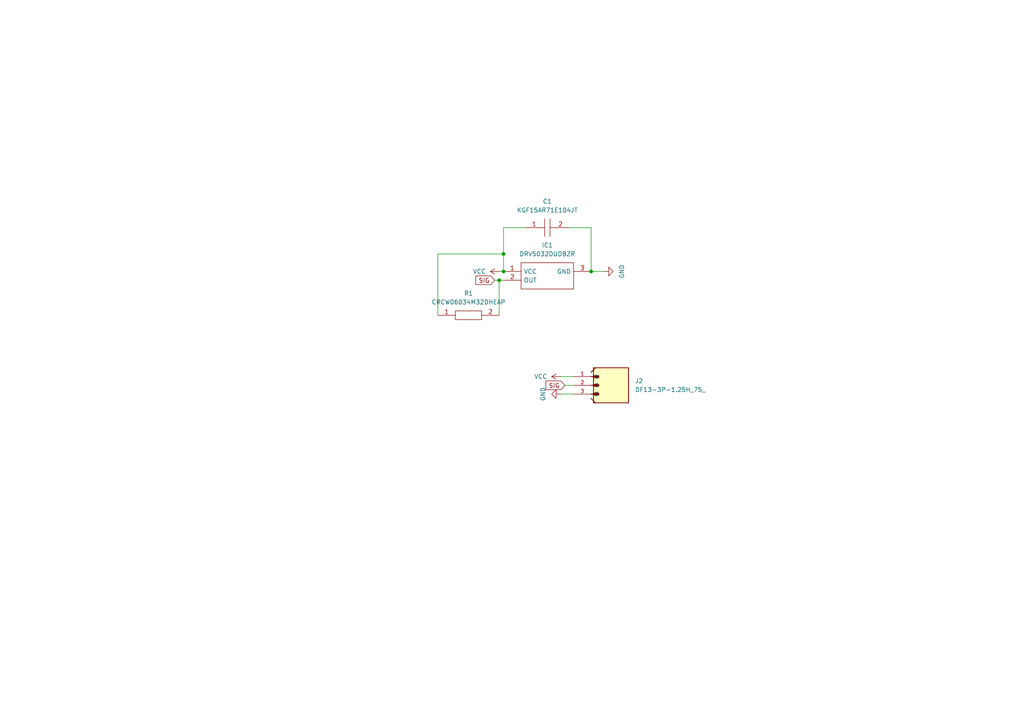
<source format=kicad_sch>
(kicad_sch (version 20231120) (generator "eeschema") (generator_version "8.0")
  (paper "A4")
  (lib_symbols
    (symbol "CRCW06034M32DHEAP:CRCW06034M32DHEAP" (pin_names (offset 0.762))
      (property "Reference" "R" (at 13.97 6.35 0))
      (property "Value" "CRCW06034M32DHEAP" (at 13.97 3.81 0))
      (symbol "CRCW06034M32DHEAP_0_0"
        (pin passive line (at 0 0 0) (length 5.08) (name "~") (number "1"))
        (pin passive line (at 17.78 0 180) (length 5.08) (name "~") (number "2"))
      )
      (symbol "CRCW06034M32DHEAP_0_1"
        (polyline (pts (xy 5.08 1.27) (xy 12.7 1.27) (xy 12.7 -1.27) (xy 5.08 -1.27) (xy 5.08 1.27)) (stroke (width 0.1524)))
      )
    )
    (symbol "DF13-3P-1.25H_75_:DF13-3P-1.25H_75_" (pin_names (offset 1.016))
      (property "Reference" "J" (at -5.588 5.08 0))
      (property "Value" "DF13-3P-1.25H_75_" (at -5.08 -7.62 0))
      (symbol "DF13-3P-1.25H_75__0_0"
        (rectangle (start -4.445 -2.8448) (end -2.8448 -2.2098) (fill (type outline)))
        (rectangle (start -4.445 -0.3048) (end -2.8448 0.3048) (fill (type outline)))
        (rectangle (start -4.445 2.2098) (end -2.8448 2.8448) (fill (type outline)))
        (rectangle (start -4.3942 -5.08) (end 5.7658 5.08) (stroke (width 0.254)) (fill (type background)))
        (polyline (pts (xy -5.08 -3.81) (xy -3.81 -5.08)) (stroke (width 0.254)))
        (polyline (pts (xy -5.08 -2.54) (xy -3.175 -2.54)) (stroke (width 0.254)))
        (polyline (pts (xy -5.08 0) (xy -3.175 0)) (stroke (width 0.254)))
        (polyline (pts (xy -5.08 2.54) (xy -3.175 2.54)) (stroke (width 0.254)))
        (polyline (pts (xy -5.08 3.81) (xy -3.81 5.08)) (stroke (width 0.254)))
        (pin passive line (at -10.16 2.54 0) (length 5.08) (name "1") (number "1"))
        (pin passive line (at -10.16 0 0) (length 5.08) (name "2") (number "2"))
        (pin passive line (at -10.16 -2.54 0) (length 5.08) (name "3") (number "3"))
      )
    )
    (symbol "DRV5032DUDBZR:DRV5032DUDBZR" (pin_names (offset 0.762))
      (property "Reference" "IC" (at 21.59 7.62 0))
      (property "Value" "DRV5032DUDBZR" (at 21.59 5.08 0))
      (symbol "DRV5032DUDBZR_0_0"
        (pin power_in line (at 0 0 0) (length 5.08) (name "VCC") (number "1"))
        (pin output line (at 0 -2.54 0) (length 5.08) (name "OUT") (number "2"))
        (pin power_in line (at 25.4 0 180) (length 5.08) (name "GND") (number "3"))
      )
      (symbol "DRV5032DUDBZR_0_1"
        (polyline (pts (xy 5.08 2.54) (xy 20.32 2.54) (xy 20.32 -5.08) (xy 5.08 -5.08) (xy 5.08 2.54)) (stroke (width 0.1524)))
      )
    )
    (symbol "KGF15AR71E104JT:KGF15AR71E104JT" (pin_names (offset 0.762))
      (property "Reference" "C" (at 8.89 6.35 0))
      (property "Value" "KGF15AR71E104JT" (at 8.89 3.81 0))
      (symbol "KGF15AR71E104JT_0_0"
        (pin passive line (at 0 0 0) (length 5.08) (name "~") (number "1"))
        (pin passive line (at 12.7 0 180) (length 5.08) (name "~") (number "2"))
      )
      (symbol "KGF15AR71E104JT_0_1"
        (polyline (pts (xy 5.08 0) (xy 5.588 0)) (stroke (width 0.1524)))
        (polyline (pts (xy 5.588 2.54) (xy 5.588 -2.54)) (stroke (width 0.1524)))
        (polyline (pts (xy 7.112 0) (xy 7.62 0)) (stroke (width 0.1524)))
        (polyline (pts (xy 7.112 2.54) (xy 7.112 -2.54)) (stroke (width 0.1524)))
      )
    )
    (symbol "power:GND" (power) (pin_numbers hide) (pin_names (offset 0) hide)
      (property "Value" "GND" (at 0 -3.81 0))
      (symbol "GND_0_1"
        (polyline (pts (xy 0 0) (xy 0 -1.27) (xy 1.27 -1.27) (xy 0 -2.54) (xy -1.27 -1.27) (xy 0 -1.27)))
      )
      (symbol "GND_1_1"
        (pin power_in line (at 0 0 270) (length 0) (name "~") (number "1"))
      )
    )
    (symbol "power:VCC" (power) (pin_numbers hide) (pin_names (offset 0) hide)
      (property "Value" "VCC" (at 0 3.556 0))
      (symbol "VCC_0_1"
        (polyline (pts (xy -0.762 1.27) (xy 0 2.54)))
        (polyline (pts (xy 0 0) (xy 0 2.54)))
        (polyline (pts (xy 0 2.54) (xy 0.762 1.27)))
      )
      (symbol "VCC_1_1"
        (pin power_in line (at 0 0 90) (length 0) (name "~") (number "1"))
      )
    )
  )
  (junction (at 146.05 73.66))
  (junction (at 144.78 81.28))
  (junction (at 146.05 78.74))
  (junction (at 171.45 78.74))
  (wire (pts (xy 144.78 81.28) (xy 146.05 81.28)))
  (wire (pts (xy 162.56 114.3) (xy 166.37 114.3)))
  (wire (pts (xy 144.78 81.28) (xy 144.78 91.44)))
  (wire (pts (xy 171.45 66.04) (xy 171.45 78.74)))
  (wire (pts (xy 144.78 78.74) (xy 146.05 78.74)))
  (wire (pts (xy 146.05 73.66) (xy 146.05 78.74)))
  (wire (pts (xy 143.51 81.28) (xy 144.78 81.28)))
  (wire (pts (xy 146.05 66.04) (xy 146.05 73.66)))
  (wire (pts (xy 162.56 109.22) (xy 166.37 109.22)))
  (wire (pts (xy 165.1 66.04) (xy 171.45 66.04)))
  (wire (pts (xy 127 73.66) (xy 146.05 73.66)))
  (wire (pts (xy 152.4 66.04) (xy 146.05 66.04)))
  (wire (pts (xy 163.83 111.76) (xy 166.37 111.76)))
  (wire (pts (xy 171.45 78.74) (xy 175.26 78.74)))
  (wire (pts (xy 127 91.44) (xy 127 73.66)))
  (global_label "SIG" (shape input) (at 163.83 111.76 180) (property "Intersheetrefs" "${INTERSHEET_REFS}" (effects (hide yes))))
  (global_label "SIG" (shape input) (at 143.51 81.28 180) (property "Intersheetrefs" "${INTERSHEET_REFS}" (effects (hide yes))))
  (symbol (lib_id "power:VCC") (at 144.78 78.74 90) (unit 1)
    (property "Reference" "#PWR02" (effects (hide yes)))
    (property "Value" "VCC" (at 140.97 78.7399 90) (effects (justify left)))
    (property "Description" "Power symbol creates a global label with name \"VCC\"" (effects (hide yes)))
  )
  (symbol (lib_id "KGF15AR71E104JT:KGF15AR71E104JT") (at 152.4 66.04 0) (unit 1)
    (property "Reference" "C1" (at 158.75 58.42 0))
    (property "Value" "KGF15AR71E104JT" (at 158.75 60.96 0))
    (property "Footprint" "CAPC1608X90N" (effects (hide yes)))
    (property "Datasheet" "https://spicat.kyocera-avx.com/product/KGF15AR71E104JT" (effects (hide yes)))
    (property "Description" "Multilayer Ceramic Capacitors MLCC - SMD/SMT .1UF 25V 5% 0603" (effects (hide yes)))
    (property "Description_1" "Multilayer Ceramic Capacitors MLCC - SMD/SMT .1UF 25V 5% 0603" (effects (hide yes)))
    (property "Height" "0.9" (effects (hide yes)))
    (property "Mouser Part Number" "581-KGF15AR71E104JT" (effects (hide yes)))
    (property "Mouser Price/Stock" "https://www.mouser.co.uk/ProductDetail/KYOCERA-AVX/KGF15AR71E104JT?qs=Jm2GQyTW%2FbiKAdZfK6H4BA%3D%3D" (effects (hide yes)))
    (property "Manufacturer_Name" "Kyocera AVX" (effects (hide yes)))
    (property "Manufacturer_Part_Number" "KGF15AR71E104JT" (effects (hide yes)))
  )
  (symbol (lib_id "power:GND") (at 175.26 78.74 90) (unit 1)
    (property "Reference" "#PWR01" (effects (hide yes)))
    (property "Value" "GND" (at 180.34 78.74 0))
    (property "Description" "Power symbol creates a global label with name \"GND\" , ground" (effects (hide yes)))
  )
  (symbol (lib_id "CRCW06034M32DHEAP:CRCW06034M32DHEAP") (at 127 91.44 0) (unit 1)
    (property "Reference" "R1" (at 135.89 85.09 0))
    (property "Value" "CRCW06034M32DHEAP" (at 135.89 87.63 0))
    (property "Footprint" "RESC1608X50N" (effects (hide yes)))
    (property "Datasheet" "https://www.mouser.kr/ProductDetail/Vishay-Dale/CRCW06034M32DHEAP?qs=sGAEpiMZZMvdGkrng054t2cqbZCzJY7NfsEazQn3I3PZbcQN%252BV0CEA%3D%3D" (effects (hide yes)))
    (property "Description" "Thick Film Resistors - SMD D11/CRCW0603-P 50 4M32 0.5% ET1 e3" (effects (hide yes)))
    (property "Description_1" "Thick Film Resistors - SMD D11/CRCW0603-P 50 4M32 0.5% ET1 e3" (effects (hide yes)))
    (property "Height" "0.5" (effects (hide yes)))
    (property "Mouser Part Number" "71-CRCW06034M32DHEAP" (effects (hide yes)))
    (property "Mouser Price/Stock" "https://www.mouser.co.uk/ProductDetail/Vishay-Dale/CRCW06034M32DHEAP?qs=e8oIoAS2J1RpwLKsEEgT1A%3D%3D" (effects (hide yes)))
    (property "Manufacturer_Name" "Vishay" (effects (hide yes)))
    (property "Manufacturer_Part_Number" "CRCW06034M32DHEAP" (effects (hide yes)))
  )
  (symbol (lib_id "power:VCC") (at 162.56 109.22 90) (unit 1)
    (property "Reference" "#PWR03" (effects (hide yes)))
    (property "Value" "VCC" (at 158.75 109.2199 90) (effects (justify left)))
    (property "Description" "Power symbol creates a global label with name \"VCC\"" (effects (hide yes)))
  )
  (symbol (lib_id "power:GND") (at 162.56 114.3 270) (unit 1)
    (property "Reference" "#PWR04" (effects (hide yes)))
    (property "Value" "GND" (at 157.48 114.3 0))
    (property "Description" "Power symbol creates a global label with name \"GND\" , ground" (effects (hide yes)))
  )
  (symbol (lib_id "DF13-3P-1.25H_75_:DF13-3P-1.25H_75_") (at 176.53 111.76 0) (unit 1)
    (property "Reference" "J2" (at 184.15 110.4899 0) (effects (justify left)))
    (property "Value" "DF13-3P-1.25H_75_" (at 184.15 113.0299 0) (effects (justify left)))
    (property "Footprint" "HRS_DF13-3P-1.25H_75_" (effects (hide yes)))
    (property "MF" "Hirose Electric Co Ltd" (effects (hide yes)))
    (property "Description_1" "\\nConnector Header Surface Mount, Right Angle 3 position 0.049 (1.25mm)\\n" (effects (hide yes)))
    (property "Package" "None" (effects (hide yes)))
    (property "Price" "None" (effects (hide yes)))
    (property "Check_prices" "https://www.snapeda.com/parts/DF13-3P-1.25H(75)/Hirose+Electric+Co+Ltd/view-part/?ref=eda" (effects (hide yes)))
    (property "SnapEDA_Link" "https://www.snapeda.com/parts/DF13-3P-1.25H(75)/Hirose+Electric+Co+Ltd/view-part/?ref=snap" (effects (hide yes)))
    (property "MP" "DF13-3P-1.25H(75)" (effects (hide yes)))
    (property "Purchase-URL" "https://www.snapeda.com/api/url_track_click_mouser/?unipart_id=5522085&manufacturer=Hirose Electric Co Ltd&part_name=DF13-3P-1.25H(75)&search_term=None" (effects (hide yes)))
    (property "Availability" "In Stock" (effects (hide yes)))
    (property "MANUFACTURER" "HRS" (effects (hide yes)))
  )
  (symbol (lib_id "DRV5032DUDBZR:DRV5032DUDBZR") (at 146.05 78.74 0) (unit 1)
    (property "Reference" "IC1" (at 158.75 71.12 0))
    (property "Value" "DRV5032DUDBZR" (at 158.75 73.66 0))
    (property "Footprint" "SOT95P237X112-3N" (effects (hide yes)))
    (property "Datasheet" "http://www.ti.com/lit/gpn/DRV5032" (effects (hide yes)))
    (property "Description" "Ultra-Low Power 1.65V to 5.5V Hall Effect Switch" (effects (hide yes)))
    (property "Description_1" "Ultra-Low Power 1.65V to 5.5V Hall Effect Switch" (effects (hide yes)))
    (property "Height" "1.12" (effects (hide yes)))
    (property "Mouser Part Number" "595-DRV5032DUDBZR" (effects (hide yes)))
    (property "Mouser Price/Stock" "https://www.mouser.co.uk/ProductDetail/Texas-Instruments/DRV5032DUDBZR?qs=j%252B1pi9TdxUb6MFt0w9FhKg%3D%3D" (effects (hide yes)))
    (property "Manufacturer_Name" "Texas Instruments" (effects (hide yes)))
    (property "Manufacturer_Part_Number" "DRV5032DUDBZR" (effects (hide yes)))
  )
)
</source>
